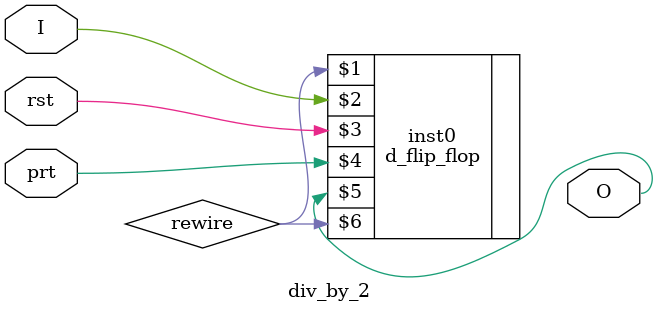
<source format=v>
module div_by_2(I,O,rst,prt);	//Divide by two circuit

	input wire I,rst,prt;	//inputs are I-input clock,rst-reset for flip-flop, and prt-preset for flip-flop
	output wire O;	//output O - input clock signal divided by 2
	wire rewire;	//wire to wire QNOT output of flip-flop back to D input
	
d_flip_flop inst0(rewire, I, rst, prt, O, rewire);	//instance of d flip-flop wired to divide clock input by two

endmodule	//end of clock divider module

</source>
